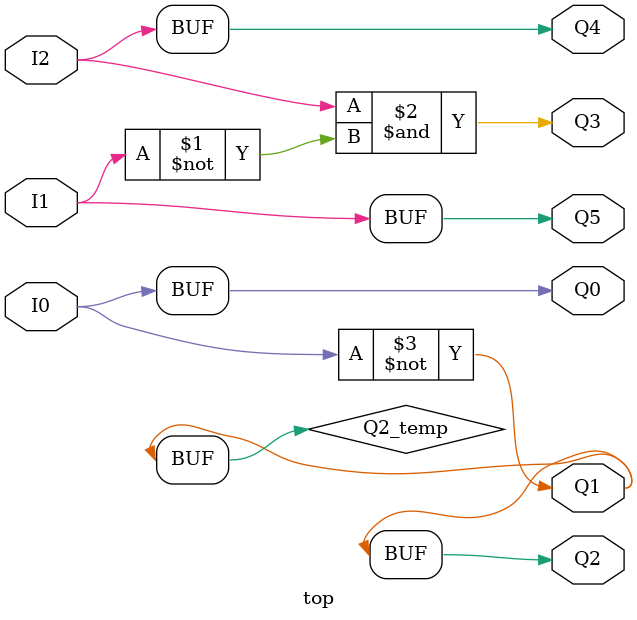
<source format=v>
/*
 * Generated by Digital. Don't modify this file!
 * Any changes will be lost if this file is regenerated.
 */

module top (
  input I0,
  input I2,
  input I1,
  output Q0,
  output Q3,
  output Q1,
  output Q2,
  output Q4,
  output Q5
);
  wire Q2_temp;
  assign Q3 = (I2 & ~ I1);
  assign Q2_temp = ~ I0;
  assign Q0 = I0;
  assign Q1 = Q2_temp;
  assign Q2 = Q2_temp;
  assign Q4 = I2;
  assign Q5 = I1;
endmodule

</source>
